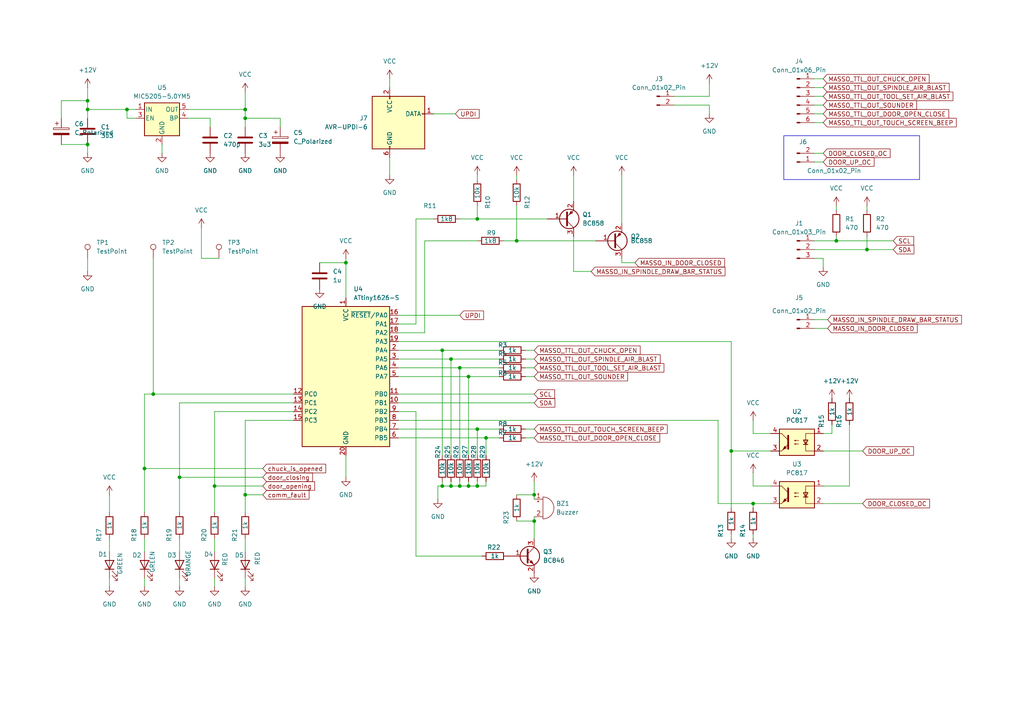
<source format=kicad_sch>
(kicad_sch (version 20231120) (generator "eeschema") (generator_version "8.0")
  (paper "A4")
  (lib_symbols
    (symbol "Connector:AVR-UPDI-6" (pin_names (offset 1.016))
      (property "Reference" "J" (at -6.35 8.89 0))
      (property "Value" "AVR-UPDI-6" (at 0 8.89 0))
      (symbol "AVR-UPDI-6_1_1"
        (pin passive line (at 10.16 2.54 180) (length 2.54) (name "DATA") (number "1"))
        (pin passive line (at -2.54 10.16 270) (length 2.54) (name "VCC") (number "2"))
        (pin no_connect line (at 7.62 0 180) (length 2.54) hide (name "NC") (number "3"))
        (pin no_connect line (at 7.62 -2.54 180) (length 2.54) hide (name "NC") (number "4"))
        (pin no_connect line (at 7.62 -5.08 180) (length 2.54) hide (name "NC") (number "5"))
        (pin passive line (at -2.54 -10.16 90) (length 2.54) (name "GND") (number "6"))
      )
    )
    (symbol "Connector:Conn_01x02_Pin" (pin_names (offset 1.016) hide)
      (property "Reference" "J" (at 0 2.54 0))
      (property "Value" "Conn_01x02_Pin" (at 0 -5.08 0))
      (symbol "Conn_01x02_Pin_1_1"
        (pin passive line (at 5.08 0 180) (length 3.81) (name "Pin_1") (number "1"))
        (pin passive line (at 5.08 -2.54 180) (length 3.81) (name "Pin_2") (number "2"))
      )
    )
    (symbol "Connector:Conn_01x03_Pin" (pin_names (offset 1.016) hide)
      (property "Reference" "J" (at 0 5.08 0))
      (property "Value" "Conn_01x03_Pin" (at 0 -5.08 0))
      (symbol "Conn_01x03_Pin_1_1"
        (pin passive line (at 5.08 2.54 180) (length 3.81) (name "Pin_1") (number "1"))
        (pin passive line (at 5.08 0 180) (length 3.81) (name "Pin_2") (number "2"))
        (pin passive line (at 5.08 -2.54 180) (length 3.81) (name "Pin_3") (number "3"))
      )
    )
    (symbol "Connector:Conn_01x06_Pin" (pin_names (offset 1.016) hide)
      (property "Reference" "J" (at 0 7.62 0))
      (property "Value" "Conn_01x06_Pin" (at 0 -10.16 0))
      (symbol "Conn_01x06_Pin_1_1"
        (pin passive line (at 5.08 5.08 180) (length 3.81) (name "Pin_1") (number "1"))
        (pin passive line (at 5.08 2.54 180) (length 3.81) (name "Pin_2") (number "2"))
        (pin passive line (at 5.08 0 180) (length 3.81) (name "Pin_3") (number "3"))
        (pin passive line (at 5.08 -2.54 180) (length 3.81) (name "Pin_4") (number "4"))
        (pin passive line (at 5.08 -5.08 180) (length 3.81) (name "Pin_5") (number "5"))
        (pin passive line (at 5.08 -7.62 180) (length 3.81) (name "Pin_6") (number "6"))
      )
    )
    (symbol "Connector:TestPoint" (pin_numbers hide) (pin_names (offset 0.762) hide)
      (property "Reference" "TP" (at 0 6.858 0))
      (property "Value" "TestPoint" (at 0 5.08 0))
      (symbol "TestPoint_1_1"
        (pin passive line (at 0 0 90) (length 2.54) (name "1") (number "1"))
      )
    )
    (symbol "Device:Buzzer" (pin_names (offset 0.0254) hide)
      (property "Reference" "BZ" (at 3.81 1.27 0))
      (property "Value" "Buzzer" (at 3.81 -1.27 0))
      (symbol "Buzzer_1_1"
        (pin passive line (at -2.54 2.54 0) (length 2.54) (name "+") (number "1"))
        (pin passive line (at -2.54 -2.54 0) (length 2.54) (name "-") (number "2"))
      )
    )
    (symbol "Device:C" (pin_numbers hide) (pin_names (offset 0.254))
      (property "Reference" "C" (at 0.635 2.54 0))
      (property "Value" "C" (at 0.635 -2.54 0))
      (symbol "C_1_1"
        (pin passive line (at 0 3.81 270) (length 2.794) (name "~") (number "1"))
        (pin passive line (at 0 -3.81 90) (length 2.794) (name "~") (number "2"))
      )
    )
    (symbol "Device:C_Polarized" (pin_numbers hide) (pin_names (offset 0.254))
      (property "Reference" "C" (at 0.635 2.54 0))
      (property "Value" "C_Polarized" (at 0.635 -2.54 0))
      (symbol "C_Polarized_1_1"
        (pin passive line (at 0 3.81 270) (length 2.794) (name "~") (number "1"))
        (pin passive line (at 0 -3.81 90) (length 2.794) (name "~") (number "2"))
      )
    )
    (symbol "Device:LED" (pin_numbers hide) (pin_names (offset 1.016) hide)
      (property "Reference" "D" (at 0 2.54 0))
      (property "Value" "LED" (at 0 -2.54 0))
      (symbol "LED_1_1"
        (pin passive line (at -3.81 0 0) (length 2.54) (name "K") (number "1"))
        (pin passive line (at 3.81 0 180) (length 2.54) (name "A") (number "2"))
      )
    )
    (symbol "Device:R" (pin_numbers hide) (pin_names (offset 0))
      (property "Reference" "R" (at 2.032 0 90))
      (property "Value" "R" (at 0 0 90))
      (symbol "R_1_1"
        (pin passive line (at 0 3.81 270) (length 1.27) (name "~") (number "1"))
        (pin passive line (at 0 -3.81 90) (length 1.27) (name "~") (number "2"))
      )
    )
    (symbol "Isolator:PC817" (pin_names (offset 1.016))
      (property "Reference" "U" (at -5.08 5.08 0))
      (property "Value" "PC817" (at 0 5.08 0))
      (symbol "PC817_1_1"
        (pin passive line (at -7.62 2.54 0) (length 2.54) (name "~") (number "1"))
        (pin passive line (at -7.62 -2.54 0) (length 2.54) (name "~") (number "2"))
        (pin passive line (at 7.62 -2.54 180) (length 2.54) (name "~") (number "3"))
        (pin passive line (at 7.62 2.54 180) (length 2.54) (name "~") (number "4"))
      )
    )
    (symbol "MCU_Microchip_ATtiny:ATtiny3226-S"
      (property "Reference" "U" (at -12.7 21.59 0))
      (property "Value" "ATtiny3226-S" (at 2.54 -21.59 0))
      (symbol "ATtiny3226-S_1_1"
        (pin power_in line (at 0 22.86 270) (length 2.54) (name "VCC") (number "1"))
        (pin bidirectional line (at 15.24 -7.62 180) (length 2.54) (name "PB1") (number "10"))
        (pin bidirectional line (at 15.24 -5.08 180) (length 2.54) (name "PB0") (number "11"))
        (pin bidirectional line (at -15.24 -5.08 0) (length 2.54) (name "PC0") (number "12"))
        (pin bidirectional line (at -15.24 -7.62 0) (length 2.54) (name "PC1") (number "13"))
        (pin bidirectional line (at -15.24 -10.16 0) (length 2.54) (name "PC2") (number "14"))
        (pin bidirectional line (at -15.24 -12.7 0) (length 2.54) (name "PC3") (number "15"))
        (pin bidirectional line (at 15.24 17.78 180) (length 2.54) (name "~{RESET}/PA0") (number "16"))
        (pin bidirectional line (at 15.24 15.24 180) (length 2.54) (name "PA1") (number "17"))
        (pin bidirectional line (at 15.24 12.7 180) (length 2.54) (name "PA2") (number "18"))
        (pin bidirectional line (at 15.24 10.16 180) (length 2.54) (name "PA3") (number "19"))
        (pin bidirectional line (at 15.24 7.62 180) (length 2.54) (name "PA4") (number "2"))
        (pin power_in line (at 0 -22.86 90) (length 2.54) (name "GND") (number "20"))
        (pin bidirectional line (at 15.24 5.08 180) (length 2.54) (name "PA5") (number "3"))
        (pin bidirectional line (at 15.24 2.54 180) (length 2.54) (name "PA6") (number "4"))
        (pin bidirectional line (at 15.24 0 180) (length 2.54) (name "PA7") (number "5"))
        (pin bidirectional line (at 15.24 -17.78 180) (length 2.54) (name "PB5") (number "6"))
        (pin bidirectional line (at 15.24 -15.24 180) (length 2.54) (name "PB4") (number "7"))
        (pin bidirectional line (at 15.24 -12.7 180) (length 2.54) (name "PB3") (number "8"))
        (pin bidirectional line (at 15.24 -10.16 180) (length 2.54) (name "PB2") (number "9"))
      )
    )
    (symbol "Regulator_Linear:MIC5205-5.0YM5" (pin_names (offset 0.254))
      (property "Reference" "U" (at -3.81 5.715 0))
      (property "Value" "MIC5205-5.0YM5" (at 0 5.715 0))
      (symbol "MIC5205-5.0YM5_1_1"
        (pin power_in line (at -7.62 2.54 0) (length 2.54) (name "IN") (number "1"))
        (pin power_in line (at 0 -7.62 90) (length 2.54) (name "GND") (number "2"))
        (pin input line (at -7.62 0 0) (length 2.54) (name "EN") (number "3"))
        (pin input line (at 7.62 0 180) (length 2.54) (name "BP") (number "4"))
        (pin power_out line (at 7.62 2.54 180) (length 2.54) (name "OUT") (number "5"))
      )
    )
    (symbol "Transistor_BJT:BC846" (pin_names (offset 0) hide)
      (property "Reference" "Q" (at 5.08 1.905 0))
      (property "Value" "BC846" (at 5.08 0 0))
      (symbol "BC846_1_1"
        (pin input line (at -5.08 0 0) (length 5.715) (name "B") (number "1"))
        (pin passive line (at 2.54 -5.08 90) (length 2.54) (name "E") (number "2"))
        (pin passive line (at 2.54 5.08 270) (length 2.54) (name "C") (number "3"))
      )
    )
    (symbol "Transistor_BJT:BC858" (pin_names (offset 0) hide)
      (property "Reference" "Q" (at 5.08 1.905 0))
      (property "Value" "BC858" (at 5.08 0 0))
      (symbol "BC858_1_1"
        (pin input line (at -5.08 0 0) (length 5.715) (name "B") (number "1"))
        (pin passive line (at 2.54 -5.08 90) (length 2.54) (name "E") (number "2"))
        (pin passive line (at 2.54 5.08 270) (length 2.54) (name "C") (number "3"))
      )
    )
    (symbol "power:+12V" (power) (pin_numbers hide) (pin_names (offset 0) hide)
      (property "Value" "+12V" (at 0 3.556 0))
      (symbol "+12V_1_1"
        (pin power_in line (at 0 0 90) (length 0) (name "~") (number "1"))
      )
    )
    (symbol "power:GND" (power) (pin_numbers hide) (pin_names (offset 0) hide)
      (property "Value" "GND" (at 0 -3.81 0))
      (symbol "GND_1_1"
        (pin power_in line (at 0 0 270) (length 0) (name "~") (number "1"))
      )
    )
    (symbol "power:VCC" (power) (pin_numbers hide) (pin_names (offset 0) hide)
      (property "Value" "VCC" (at 0 3.556 0))
      (symbol "VCC_1_1"
        (pin power_in line (at 0 0 90) (length 0) (name "~") (number "1"))
      )
    )
  )
  (junction (at 36.83 31.75))
  (junction (at 135.89 140.97))
  (junction (at 138.43 124.46))
  (junction (at 138.43 140.97))
  (junction (at 133.35 140.97))
  (junction (at 130.81 140.97))
  (junction (at 128.27 140.97))
  (junction (at 154.94 143.51))
  (junction (at 212.09 130.81))
  (junction (at 130.81 104.14))
  (junction (at 218.44 146.05))
  (junction (at 242.57 69.85))
  (junction (at 52.07 138.43))
  (junction (at 133.35 106.68))
  (junction (at 154.94 151.13))
  (junction (at 25.4 31.75))
  (junction (at 251.46 72.39))
  (junction (at 128.27 101.6))
  (junction (at 71.12 31.75))
  (junction (at 71.12 34.29))
  (junction (at 140.97 127))
  (junction (at 135.89 109.22))
  (junction (at 44.45 114.3))
  (junction (at 41.91 135.89))
  (junction (at 138.43 63.5))
  (junction (at 71.12 143.51))
  (junction (at 149.86 69.85))
  (junction (at 100.33 76.2))
  (junction (at 25.4 29.21))
  (junction (at 25.4 41.91))
  (junction (at 62.23 140.97))
  (wire (pts (xy 52.07 116.84) (xy 52.07 138.43)))
  (wire (pts (xy 17.78 29.21) (xy 25.4 29.21)))
  (wire (pts (xy 123.19 69.85) (xy 123.19 96.52)))
  (polyline (pts (xy 266.7 39.37) (xy 266.7 52.07)))
  (wire (pts (xy 152.4 127) (xy 154.94 127)))
  (wire (pts (xy 205.74 30.48) (xy 205.74 33.02)))
  (wire (pts (xy 54.61 31.75) (xy 71.12 31.75)))
  (wire (pts (xy 71.12 121.92) (xy 71.12 143.51)))
  (wire (pts (xy 120.65 63.5) (xy 125.73 63.5)))
  (wire (pts (xy 138.43 124.46) (xy 144.78 124.46)))
  (wire (pts (xy 17.78 41.91) (xy 25.4 41.91)))
  (wire (pts (xy 71.12 26.67) (xy 71.12 31.75)))
  (wire (pts (xy 166.37 68.58) (xy 166.37 78.74)))
  (wire (pts (xy 139.7 161.29) (xy 120.65 161.29)))
  (wire (pts (xy 212.09 156.21) (xy 212.09 154.94)))
  (wire (pts (xy 223.52 140.97) (xy 218.44 140.97)))
  (wire (pts (xy 149.86 50.8) (xy 149.86 52.07)))
  (wire (pts (xy 115.57 106.68) (xy 133.35 106.68)))
  (wire (pts (xy 58.42 74.93) (xy 63.5 74.93)))
  (wire (pts (xy 71.12 31.75) (xy 71.12 34.29)))
  (wire (pts (xy 25.4 78.74) (xy 25.4 74.93)))
  (wire (pts (xy 115.57 121.92) (xy 208.28 121.92)))
  (wire (pts (xy 144.78 101.6) (xy 128.27 101.6)))
  (wire (pts (xy 208.28 121.92) (xy 208.28 146.05)))
  (wire (pts (xy 120.65 161.29) (xy 120.65 119.38)))
  (wire (pts (xy 251.46 68.58) (xy 251.46 72.39)))
  (wire (pts (xy 133.35 63.5) (xy 138.43 63.5)))
  (wire (pts (xy 218.44 121.92) (xy 218.44 125.73)))
  (wire (pts (xy 154.94 151.13) (xy 154.94 156.21)))
  (wire (pts (xy 71.12 143.51) (xy 76.2 143.51)))
  (wire (pts (xy 251.46 72.39) (xy 259.08 72.39)))
  (wire (pts (xy 238.76 25.4) (xy 236.22 25.4)))
  (wire (pts (xy 218.44 147.32) (xy 218.44 146.05)))
  (wire (pts (xy 120.65 93.98) (xy 120.65 63.5)))
  (wire (pts (xy 130.81 132.08) (xy 130.81 104.14)))
  (wire (pts (xy 212.09 99.06) (xy 212.09 130.81)))
  (wire (pts (xy 135.89 109.22) (xy 115.57 109.22)))
  (wire (pts (xy 41.91 135.89) (xy 41.91 148.59)))
  (wire (pts (xy 212.09 147.32) (xy 212.09 130.81)))
  (wire (pts (xy 85.09 119.38) (xy 62.23 119.38)))
  (wire (pts (xy 238.76 30.48) (xy 236.22 30.48)))
  (polyline (pts (xy 227.33 39.37) (xy 266.7 39.37)))
  (wire (pts (xy 238.76 27.94) (xy 236.22 27.94)))
  (wire (pts (xy 132.08 33.02) (xy 125.73 33.02)))
  (wire (pts (xy 71.12 148.59) (xy 71.12 143.51)))
  (wire (pts (xy 205.74 24.13) (xy 205.74 27.94)))
  (wire (pts (xy 251.46 59.69) (xy 251.46 60.96)))
  (wire (pts (xy 238.76 130.81) (xy 250.19 130.81)))
  (wire (pts (xy 31.75 156.21) (xy 31.75 160.02)))
  (polyline (pts (xy 266.7 52.07) (xy 227.33 52.07)))
  (wire (pts (xy 138.43 140.97) (xy 138.43 139.7)))
  (wire (pts (xy 25.4 29.21) (xy 25.4 31.75)))
  (wire (pts (xy 212.09 130.81) (xy 223.52 130.81)))
  (wire (pts (xy 113.03 50.8) (xy 113.03 45.72)))
  (wire (pts (xy 144.78 104.14) (xy 130.81 104.14)))
  (wire (pts (xy 115.57 114.3) (xy 154.94 114.3)))
  (wire (pts (xy 100.33 76.2) (xy 100.33 86.36)))
  (wire (pts (xy 238.76 44.45) (xy 236.22 44.45)))
  (wire (pts (xy 152.4 109.22) (xy 154.94 109.22)))
  (wire (pts (xy 251.46 72.39) (xy 236.22 72.39)))
  (wire (pts (xy 41.91 114.3) (xy 41.91 135.89)))
  (wire (pts (xy 149.86 151.13) (xy 154.94 151.13)))
  (wire (pts (xy 133.35 140.97) (xy 135.89 140.97)))
  (wire (pts (xy 135.89 140.97) (xy 138.43 140.97)))
  (wire (pts (xy 138.43 132.08) (xy 138.43 124.46)))
  (wire (pts (xy 238.76 22.86) (xy 236.22 22.86)))
  (wire (pts (xy 180.34 74.93) (xy 180.34 76.2)))
  (wire (pts (xy 62.23 156.21) (xy 62.23 160.02)))
  (wire (pts (xy 152.4 124.46) (xy 154.94 124.46)))
  (wire (pts (xy 138.43 140.97) (xy 140.97 140.97)))
  (wire (pts (xy 138.43 59.69) (xy 138.43 63.5)))
  (wire (pts (xy 236.22 92.71) (xy 240.03 92.71)))
  (wire (pts (xy 242.57 69.85) (xy 236.22 69.85)))
  (wire (pts (xy 52.07 167.64) (xy 52.07 170.18)))
  (wire (pts (xy 152.4 106.68) (xy 154.94 106.68)))
  (wire (pts (xy 52.07 138.43) (xy 76.2 138.43)))
  (wire (pts (xy 195.58 27.94) (xy 205.74 27.94)))
  (wire (pts (xy 140.97 127) (xy 115.57 127)))
  (wire (pts (xy 115.57 99.06) (xy 212.09 99.06)))
  (wire (pts (xy 113.03 22.86) (xy 113.03 25.4)))
  (wire (pts (xy 149.86 69.85) (xy 172.72 69.85)))
  (wire (pts (xy 218.44 146.05) (xy 223.52 146.05)))
  (wire (pts (xy 133.35 132.08) (xy 133.35 106.68)))
  (wire (pts (xy 133.35 140.97) (xy 130.81 140.97)))
  (wire (pts (xy 25.4 31.75) (xy 36.83 31.75)))
  (wire (pts (xy 166.37 50.8) (xy 166.37 58.42)))
  (wire (pts (xy 218.44 125.73) (xy 223.52 125.73)))
  (wire (pts (xy 58.42 66.04) (xy 58.42 74.93)))
  (wire (pts (xy 31.75 143.51) (xy 31.75 148.59)))
  (wire (pts (xy 115.57 96.52) (xy 123.19 96.52)))
  (wire (pts (xy 180.34 76.2) (xy 184.15 76.2)))
  (wire (pts (xy 25.4 34.29) (xy 25.4 31.75)))
  (wire (pts (xy 62.23 167.64) (xy 62.23 170.18)))
  (wire (pts (xy 85.09 116.84) (xy 52.07 116.84)))
  (wire (pts (xy 115.57 124.46) (xy 138.43 124.46)))
  (wire (pts (xy 71.12 34.29) (xy 81.28 34.29)))
  (wire (pts (xy 36.83 31.75) (xy 39.37 31.75)))
  (wire (pts (xy 154.94 143.51) (xy 154.94 144.78)))
  (wire (pts (xy 149.86 59.69) (xy 149.86 69.85)))
  (wire (pts (xy 46.99 44.45) (xy 46.99 41.91)))
  (wire (pts (xy 238.76 46.99) (xy 236.22 46.99)))
  (wire (pts (xy 115.57 91.44) (xy 133.35 91.44)))
  (wire (pts (xy 17.78 34.29) (xy 17.78 29.21)))
  (wire (pts (xy 71.12 167.64) (xy 71.12 170.18)))
  (wire (pts (xy 85.09 121.92) (xy 71.12 121.92)))
  (wire (pts (xy 218.44 140.97) (xy 218.44 137.16)))
  (wire (pts (xy 138.43 63.5) (xy 158.75 63.5)))
  (wire (pts (xy 44.45 74.93) (xy 44.45 114.3)))
  (wire (pts (xy 71.12 34.29) (xy 71.12 36.83)))
  (wire (pts (xy 127 144.78) (xy 127 140.97)))
  (wire (pts (xy 166.37 78.74) (xy 171.45 78.74)))
  (wire (pts (xy 241.3 125.73) (xy 241.3 123.19)))
  (wire (pts (xy 238.76 146.05) (xy 250.19 146.05)))
  (wire (pts (xy 36.83 34.29) (xy 36.83 31.75)))
  (wire (pts (xy 246.38 123.19) (xy 246.38 140.97)))
  (wire (pts (xy 52.07 156.21) (xy 52.07 160.02)))
  (wire (pts (xy 238.76 74.93) (xy 236.22 74.93)))
  (wire (pts (xy 41.91 167.64) (xy 41.91 170.18)))
  (wire (pts (xy 149.86 69.85) (xy 146.05 69.85)))
  (wire (pts (xy 144.78 109.22) (xy 135.89 109.22)))
  (wire (pts (xy 25.4 25.4) (xy 25.4 29.21)))
  (wire (pts (xy 115.57 116.84) (xy 154.94 116.84)))
  (wire (pts (xy 128.27 132.08) (xy 128.27 101.6)))
  (wire (pts (xy 123.19 69.85) (xy 138.43 69.85)))
  (wire (pts (xy 149.86 143.51) (xy 154.94 143.51)))
  (wire (pts (xy 138.43 50.8) (xy 138.43 52.07)))
  (wire (pts (xy 238.76 33.02) (xy 236.22 33.02)))
  (wire (pts (xy 140.97 132.08) (xy 140.97 127)))
  (wire (pts (xy 41.91 135.89) (xy 76.2 135.89)))
  (wire (pts (xy 152.4 101.6) (xy 154.94 101.6)))
  (wire (pts (xy 135.89 132.08) (xy 135.89 109.22)))
  (wire (pts (xy 44.45 114.3) (xy 41.91 114.3)))
  (wire (pts (xy 41.91 156.21) (xy 41.91 160.02)))
  (wire (pts (xy 238.76 77.47) (xy 238.76 74.93)))
  (wire (pts (xy 62.23 148.59) (xy 62.23 140.97)))
  (wire (pts (xy 25.4 44.45) (xy 25.4 41.91)))
  (wire (pts (xy 52.07 138.43) (xy 52.07 148.59)))
  (wire (pts (xy 120.65 93.98) (xy 115.57 93.98)))
  (wire (pts (xy 62.23 140.97) (xy 76.2 140.97)))
  (wire (pts (xy 85.09 114.3) (xy 44.45 114.3)))
  (wire (pts (xy 39.37 34.29) (xy 36.83 34.29)))
  (wire (pts (xy 100.33 76.2) (xy 100.33 74.93)))
  (wire (pts (xy 130.81 140.97) (xy 128.27 140.97)))
  (wire (pts (xy 31.75 167.64) (xy 31.75 170.18)))
  (wire (pts (xy 62.23 119.38) (xy 62.23 140.97)))
  (wire (pts (xy 133.35 140.97) (xy 133.35 139.7)))
  (wire (pts (xy 71.12 156.21) (xy 71.12 160.02)))
  (wire (pts (xy 144.78 127) (xy 140.97 127)))
  (wire (pts (xy 242.57 69.85) (xy 259.08 69.85)))
  (wire (pts (xy 236.22 95.25) (xy 240.03 95.25)))
  (wire (pts (xy 54.61 34.29) (xy 60.96 34.29)))
  (wire (pts (xy 115.57 119.38) (xy 120.65 119.38)))
  (polyline (pts (xy 227.33 39.37) (xy 227.33 52.07)))
  (wire (pts (xy 242.57 68.58) (xy 242.57 69.85)))
  (wire (pts (xy 135.89 140.97) (xy 135.89 139.7)))
  (wire (pts (xy 92.71 76.2) (xy 100.33 76.2)))
  (wire (pts (xy 152.4 104.14) (xy 154.94 104.14)))
  (wire (pts (xy 238.76 140.97) (xy 246.38 140.97)))
  (wire (pts (xy 133.35 106.68) (xy 144.78 106.68)))
  (wire (pts (xy 195.58 30.48) (xy 205.74 30.48)))
  (wire (pts (xy 180.34 64.77) (xy 180.34 50.8)))
  (wire (pts (xy 128.27 101.6) (xy 115.57 101.6)))
  (wire (pts (xy 100.33 138.43) (xy 100.33 132.08)))
  (wire (pts (xy 81.28 34.29) (xy 81.28 36.83)))
  (wire (pts (xy 127 140.97) (xy 128.27 140.97)))
  (wire (pts (xy 238.76 35.56) (xy 236.22 35.56)))
  (wire (pts (xy 60.96 34.29) (xy 60.96 36.83)))
  (wire (pts (xy 242.57 59.69) (xy 242.57 60.96)))
  (wire (pts (xy 218.44 156.21) (xy 218.44 154.94)))
  (wire (pts (xy 154.94 139.7) (xy 154.94 143.51)))
  (wire (pts (xy 130.81 140.97) (xy 130.81 139.7)))
  (wire (pts (xy 130.81 104.14) (xy 115.57 104.14)))
  (wire (pts (xy 238.76 125.73) (xy 241.3 125.73)))
  (wire (pts (xy 208.28 146.05) (xy 218.44 146.05)))
  (wire (pts (xy 140.97 140.97) (xy 140.97 139.7)))
  (wire (pts (xy 128.27 140.97) (xy 128.27 139.7)))
  (wire (pts (xy 154.94 149.86) (xy 154.94 151.13)))
  (global_label "DOOR_CLOSED_OC" (shape input) (at 238.76 44.45 0) (property "Intersheetrefs" "${INTERSHEET_REFS}" (effects (hide yes))))
  (global_label "door_opening" (shape input) (at 76.2 140.97 0) (property "Intersheetrefs" "${INTERSHEET_REFS}" (effects (hide yes))))
  (global_label "SCL" (shape input) (at 154.94 114.3 0) (property "Intersheetrefs" "${INTERSHEET_REFS}" (effects (hide yes))))
  (global_label "MASSO_TTL_OUT_SOUNDER" (shape input) (at 154.94 109.22 0) (property "Intersheetrefs" "${INTERSHEET_REFS}" (effects (hide yes))))
  (global_label "UPDI" (shape input) (at 132.08 33.02 0) (property "Intersheetrefs" "${INTERSHEET_REFS}" (effects (hide yes))))
  (global_label "MASSO_IN_SPINDLE_DRAW_BAR_STATUS" (shape input) (at 171.45 78.74 0) (property "Intersheetrefs" "${INTERSHEET_REFS}" (effects (hide yes))))
  (global_label "MASSO_TTL_OUT_TOUCH_SCREEN_BEEP" (shape input) (at 238.76 35.56 0) (property "Intersheetrefs" "${INTERSHEET_REFS}" (effects (hide yes))))
  (global_label "door_closing" (shape input) (at 76.2 138.43 0) (property "Intersheetrefs" "${INTERSHEET_REFS}" (effects (hide yes))))
  (global_label "MASSO_TTL_OUT_TOUCH_SCREEN_BEEP" (shape input) (at 154.94 124.46 0) (property "Intersheetrefs" "${INTERSHEET_REFS}" (effects (hide yes))))
  (global_label "UPDI" (shape input) (at 133.35 91.44 0) (property "Intersheetrefs" "${INTERSHEET_REFS}" (effects (hide yes))))
  (global_label "SCL" (shape input) (at 259.08 69.85 0) (property "Intersheetrefs" "${INTERSHEET_REFS}" (effects (hide yes))))
  (global_label "MASSO_TTL_OUT_SOUNDER" (shape input) (at 238.76 30.48 0) (property "Intersheetrefs" "${INTERSHEET_REFS}" (effects (hide yes))))
  (global_label "chuck_is_opened" (shape input) (at 76.2 135.89 0) (property "Intersheetrefs" "${INTERSHEET_REFS}" (effects (hide yes))))
  (global_label "MASSO_TTL_OUT_CHUCK_OPEN" (shape input) (at 154.94 101.6 0) (property "Intersheetrefs" "${INTERSHEET_REFS}" (effects (hide yes))))
  (global_label "SDA" (shape input) (at 154.94 116.84 0) (property "Intersheetrefs" "${INTERSHEET_REFS}" (effects (hide yes))))
  (global_label "MASSO_TTL_OUT_DOOR_OPEN_CLOSE" (shape input) (at 154.94 127 0) (property "Intersheetrefs" "${INTERSHEET_REFS}" (effects (hide yes))))
  (global_label "MASSO_IN_DOOR_CLOSED" (shape input) (at 184.15 76.2 0) (property "Intersheetrefs" "${INTERSHEET_REFS}" (effects (hide yes))))
  (global_label "comm_fault" (shape input) (at 76.2 143.51 0) (property "Intersheetrefs" "${INTERSHEET_REFS}" (effects (hide yes))))
  (global_label "MASSO_TTL_OUT_SPINDLE_AIR_BLAST" (shape input) (at 238.76 25.4 0) (property "Intersheetrefs" "${INTERSHEET_REFS}" (effects (hide yes))))
  (global_label "MASSO_TTL_OUT_CHUCK_OPEN" (shape input) (at 238.76 22.86 0) (property "Intersheetrefs" "${INTERSHEET_REFS}" (effects (hide yes))))
  (global_label "MASSO_TTL_OUT_SPINDLE_AIR_BLAST" (shape input) (at 154.94 104.14 0) (property "Intersheetrefs" "${INTERSHEET_REFS}" (effects (hide yes))))
  (global_label "MASSO_TTL_OUT_TOOL_SET_AIR_BLAST" (shape input) (at 238.76 27.94 0) (property "Intersheetrefs" "${INTERSHEET_REFS}" (effects (hide yes))))
  (global_label "MASSO_TTL_OUT_DOOR_OPEN_CLOSE" (shape input) (at 238.76 33.02 0) (property "Intersheetrefs" "${INTERSHEET_REFS}" (effects (hide yes))))
  (global_label "MASSO_TTL_OUT_TOOL_SET_AIR_BLAST" (shape input) (at 154.94 106.68 0) (property "Intersheetrefs" "${INTERSHEET_REFS}" (effects (hide yes))))
  (global_label "DOOR_UP_OC" (shape input) (at 238.76 46.99 0) (property "Intersheetrefs" "${INTERSHEET_REFS}" (effects (hide yes))))
  (global_label "SDA" (shape input) (at 259.08 72.39 0) (property "Intersheetrefs" "${INTERSHEET_REFS}" (effects (hide yes))))
  (global_label "MASSO_IN_DOOR_CLOSED" (shape input) (at 240.03 95.25 0) (property "Intersheetrefs" "${INTERSHEET_REFS}" (effects (hide yes))))
  (global_label "DOOR_CLOSED_OC" (shape input) (at 250.19 146.05 0) (property "Intersheetrefs" "${INTERSHEET_REFS}" (effects (hide yes))))
  (global_label "MASSO_IN_SPINDLE_DRAW_BAR_STATUS" (shape input) (at 240.03 92.71 0) (property "Intersheetrefs" "${INTERSHEET_REFS}" (effects (hide yes))))
  (global_label "DOOR_UP_OC" (shape input) (at 250.19 130.81 0) (property "Intersheetrefs" "${INTERSHEET_REFS}" (effects (hide yes))))
  (symbol (lib_id "power:VCC") (at 180.34 50.8 0) (mirror y) (unit 1)
    (property "Reference" "#PWR033" (effects (hide yes)))
    (property "Value" "VCC" (at 180.34 45.72 0))
    (property "Description" "Power symbol creates a global label with name \"VCC\"" (effects (hide yes)))
  )
  (symbol (lib_id "Device:R") (at 128.27 135.89 0) (unit 1)
    (property "Reference" "R24" (at 127 131.064 90))
    (property "Value" "10k" (at 128.27 135.89 90))
    (property "Footprint" "Resistor_SMD:R_1206_3216Metric_Pad1.30x1.75mm_HandSolder" (effects (hide yes)))
    (property "Description" "Resistor" (effects (hide yes)))
  )
  (symbol (lib_id "power:VCC") (at 218.44 121.92 0) (unit 1)
    (property "Reference" "#PWR017" (effects (hide yes)))
    (property "Value" "VCC" (at 218.44 116.84 0))
    (property "Description" "Power symbol creates a global label with name \"VCC\"" (effects (hide yes)))
  )
  (symbol (lib_id "Device:R") (at 129.54 63.5 90) (mirror x) (unit 1)
    (property "Reference" "R11" (at 124.714 59.69 90))
    (property "Value" "1k8" (at 129.54 63.5 90))
    (property "Footprint" "Resistor_SMD:R_1206_3216Metric_Pad1.30x1.75mm_HandSolder" (effects (hide yes)))
    (property "Description" "Resistor" (effects (hide yes)))
  )
  (symbol (lib_id "power:GND") (at 62.23 170.18 0) (unit 1)
    (property "Reference" "#PWR025" (effects (hide yes)))
    (property "Value" "GND" (at 62.23 175.26 0))
    (property "Description" "Power symbol creates a global label with name \"GND\" , ground" (effects (hide yes)))
  )
  (symbol (lib_id "Device:LED") (at 31.75 163.83 90) (unit 1)
    (property "Reference" "D1" (at 28.448 160.782 90) (effects (justify right)))
    (property "Value" "GREEN" (at 34.798 160.274 0) (effects (justify right)))
    (property "Footprint" "LED_THT:LED_D3.0mm" (effects (hide yes)))
    (property "Description" "Light emitting diode" (effects (hide yes)))
  )
  (symbol (lib_id "Connector:Conn_01x03_Pin") (at 231.14 72.39 0) (unit 1)
    (property "Reference" "J1" (at 231.775 64.77 0))
    (property "Value" "Conn_01x03_Pin" (at 231.775 67.31 0))
    (property "Footprint" "Connector_Phoenix_MC:PhoenixContact_MCV_1,5_3-G-3.81_1x03_P3.81mm_Vertical" (effects (hide yes)))
    (property "Description" "Generic connector, single row, 01x03, script generated" (effects (hide yes)))
  )
  (symbol (lib_id "Device:R") (at 148.59 104.14 90) (unit 1)
    (property "Reference" "R4" (at 145.796 102.616 90))
    (property "Value" "1k" (at 148.59 104.14 90))
    (property "Footprint" "Resistor_SMD:R_1206_3216Metric_Pad1.30x1.75mm_HandSolder" (effects (hide yes)))
    (property "Description" "Resistor" (effects (hide yes)))
  )
  (symbol (lib_id "power:GND") (at 218.44 156.21 0) (unit 1)
    (property "Reference" "#PWR018" (effects (hide yes)))
    (property "Value" "GND" (at 218.44 161.29 0))
    (property "Description" "Power symbol creates a global label with name \"GND\" , ground" (effects (hide yes)))
  )
  (symbol (lib_id "power:GND") (at 127 144.78 0) (mirror y) (unit 1)
    (property "Reference" "#PWR036" (effects (hide yes)))
    (property "Value" "GND" (at 127 149.86 0))
    (property "Description" "Power symbol creates a global label with name \"GND\" , ground" (effects (hide yes)))
  )
  (symbol (lib_id "Device:R") (at 251.46 64.77 180) (unit 1)
    (property "Reference" "R2" (at 254 63.4999 0) (effects (justify right)))
    (property "Value" "470" (at 254 66.0399 0) (effects (justify right)))
    (property "Footprint" "Resistor_SMD:R_1206_3216Metric_Pad1.30x1.75mm_HandSolder" (effects (hide yes)))
    (property "Description" "Resistor" (effects (hide yes)))
  )
  (symbol (lib_id "Connector:TestPoint") (at 25.4 74.93 0) (unit 1)
    (property "Reference" "TP1" (at 27.94 70.3579 0) (effects (justify left)))
    (property "Value" "TestPoint" (at 27.94 72.8979 0) (effects (justify left)))
    (property "Footprint" "TestPoint:TestPoint_Loop_D2.60mm_Drill1.6mm_Beaded" (effects (hide yes)))
    (property "Description" "test point" (effects (hide yes)))
  )
  (symbol (lib_id "power:GND") (at 100.33 138.43 0) (unit 1)
    (property "Reference" "#PWR014" (effects (hide yes)))
    (property "Value" "GND" (at 100.33 143.51 0))
    (property "Description" "Power symbol creates a global label with name \"GND\" , ground" (effects (hide yes)))
  )
  (symbol (lib_id "power:GND") (at 25.4 78.74 0) (unit 1)
    (property "Reference" "#PWR037" (effects (hide yes)))
    (property "Value" "GND" (at 25.4 83.82 0))
    (property "Description" "Power symbol creates a global label with name \"GND\" , ground" (effects (hide yes)))
  )
  (symbol (lib_id "power:GND") (at 41.91 170.18 0) (unit 1)
    (property "Reference" "#PWR023" (effects (hide yes)))
    (property "Value" "GND" (at 41.91 175.26 0))
    (property "Description" "Power symbol creates a global label with name \"GND\" , ground" (effects (hide yes)))
  )
  (symbol (lib_id "Device:LED") (at 41.91 163.83 90) (unit 1)
    (property "Reference" "D2" (at 38.354 161.036 90) (effects (justify right)))
    (property "Value" "GREEN" (at 44.196 159.766 0) (effects (justify right)))
    (property "Footprint" "LED_THT:LED_D3.0mm" (effects (hide yes)))
    (property "Description" "Light emitting diode" (effects (hide yes)))
  )
  (symbol (lib_id "Device:R") (at 148.59 101.6 90) (unit 1)
    (property "Reference" "R3" (at 145.796 100.076 90))
    (property "Value" "1k" (at 148.59 101.6 90))
    (property "Footprint" "Resistor_SMD:R_1206_3216Metric_Pad1.30x1.75mm_HandSolder" (effects (hide yes)))
    (property "Description" "Resistor" (effects (hide yes)))
  )
  (symbol (lib_id "power:GND") (at 205.74 33.02 0) (unit 1)
    (property "Reference" "#PWR029" (effects (hide yes)))
    (property "Value" "GND" (at 205.74 38.1 0))
    (property "Description" "Power symbol creates a global label with name \"GND\" , ground" (effects (hide yes)))
  )
  (symbol (lib_id "Device:R") (at 149.86 147.32 180) (unit 1)
    (property "Reference" "R23" (at 146.812 150.114 90))
    (property "Value" "1k" (at 149.86 147.32 90))
    (property "Footprint" "Resistor_SMD:R_1206_3216Metric_Pad1.30x1.75mm_HandSolder" (effects (hide yes)))
    (property "Description" "Resistor" (effects (hide yes)))
  )
  (symbol (lib_id "power:GND") (at 71.12 44.45 0) (unit 1)
    (property "Reference" "#PWR011" (effects (hide yes)))
    (property "Value" "GND" (at 71.12 49.53 0))
    (property "Description" "Power symbol creates a global label with name \"GND\" , ground" (effects (hide yes)))
  )
  (symbol (lib_id "Device:R") (at 62.23 152.4 180) (unit 1)
    (property "Reference" "R20" (at 59.182 155.194 90))
    (property "Value" "1k" (at 62.23 152.4 90))
    (property "Footprint" "Resistor_SMD:R_1206_3216Metric_Pad1.30x1.75mm_HandSolder" (effects (hide yes)))
    (property "Description" "Resistor" (effects (hide yes)))
  )
  (symbol (lib_id "power:+12V") (at 154.94 139.7 0) (unit 1)
    (property "Reference" "#PWR030" (effects (hide yes)))
    (property "Value" "+12V" (at 154.94 134.62 0))
    (property "Description" "Power symbol creates a global label with name \"+12V\"" (effects (hide yes)))
  )
  (symbol (lib_id "power:VCC") (at 218.44 137.16 0) (unit 1)
    (property "Reference" "#PWR019" (effects (hide yes)))
    (property "Value" "VCC" (at 218.44 132.08 0))
    (property "Description" "Power symbol creates a global label with name \"VCC\"" (effects (hide yes)))
  )
  (symbol (lib_id "power:VCC") (at 251.46 59.69 0) (unit 1)
    (property "Reference" "#PWR03" (effects (hide yes)))
    (property "Value" "VCC" (at 251.46 54.61 0))
    (property "Description" "Power symbol creates a global label with name \"VCC\"" (effects (hide yes)))
  )
  (symbol (lib_id "power:GND") (at 238.76 77.47 0) (unit 1)
    (property "Reference" "#PWR01" (effects (hide yes)))
    (property "Value" "GND" (at 238.76 82.55 0))
    (property "Description" "Power symbol creates a global label with name \"GND\" , ground" (effects (hide yes)))
  )
  (symbol (lib_id "Device:C_Polarized") (at 81.28 40.64 0) (unit 1)
    (property "Reference" "C5" (at 85.09 38.4809 0) (effects (justify left)))
    (property "Value" "C_Polarized" (at 85.09 41.0209 0) (effects (justify left)))
    (property "Footprint" "Capacitor_SMD:C_1210_3225Metric_Pad1.33x2.70mm_HandSolder" (effects (hide yes)))
    (property "Description" "Polarized capacitor" (effects (hide yes)))
  )
  (symbol (lib_id "Device:R") (at 242.57 64.77 180) (unit 1)
    (property "Reference" "R1" (at 245.11 63.4999 0) (effects (justify right)))
    (property "Value" "470" (at 245.11 66.0399 0) (effects (justify right)))
    (property "Footprint" "Resistor_SMD:R_1206_3216Metric_Pad1.30x1.75mm_HandSolder" (effects (hide yes)))
    (property "Description" "Resistor" (effects (hide yes)))
  )
  (symbol (lib_id "power:VCC") (at 113.03 22.86 0) (unit 1)
    (property "Reference" "#PWR04" (effects (hide yes)))
    (property "Value" "VCC" (at 113.03 17.78 0))
    (property "Description" "Power symbol creates a global label with name \"VCC\"" (effects (hide yes)))
  )
  (symbol (lib_id "power:+12V") (at 25.4 25.4 0) (unit 1)
    (property "Reference" "#PWR06" (effects (hide yes)))
    (property "Value" "+12V" (at 25.4 20.32 0))
    (property "Description" "Power symbol creates a global label with name \"+12V\"" (effects (hide yes)))
  )
  (symbol (lib_id "power:VCC") (at 58.42 66.04 0) (unit 1)
    (property "Reference" "#PWR032" (effects (hide yes)))
    (property "Value" "VCC" (at 58.42 60.96 0))
    (property "Description" "Power symbol creates a global label with name \"VCC\"" (effects (hide yes)))
  )
  (symbol (lib_id "power:GND") (at 60.96 44.45 0) (unit 1)
    (property "Reference" "#PWR09" (effects (hide yes)))
    (property "Value" "GND" (at 60.96 49.53 0))
    (property "Description" "Power symbol creates a global label with name \"GND\" , ground" (effects (hide yes)))
  )
  (symbol (lib_id "Device:R") (at 143.51 161.29 270) (mirror x) (unit 1)
    (property "Reference" "R22" (at 143.256 158.75 90))
    (property "Value" "1k" (at 143.51 161.29 90))
    (property "Footprint" "Resistor_SMD:R_1206_3216Metric_Pad1.30x1.75mm_HandSolder" (effects (hide yes)))
    (property "Description" "Resistor" (effects (hide yes)))
  )
  (symbol (lib_id "Device:R") (at 133.35 135.89 0) (unit 1)
    (property "Reference" "R26" (at 132.334 131.064 90))
    (property "Value" "10k" (at 133.35 135.89 90))
    (property "Footprint" "Resistor_SMD:R_1206_3216Metric_Pad1.30x1.75mm_HandSolder" (effects (hide yes)))
    (property "Description" "Resistor" (effects (hide yes)))
  )
  (symbol (lib_id "Device:LED") (at 62.23 163.83 90) (unit 1)
    (property "Reference" "D4" (at 59.182 160.782 90) (effects (justify right)))
    (property "Value" "RED" (at 65.278 160.274 0) (effects (justify right)))
    (property "Footprint" "LED_THT:LED_D3.0mm" (effects (hide yes)))
    (property "Description" "Light emitting diode" (effects (hide yes)))
  )
  (symbol (lib_id "power:+12V") (at 246.38 115.57 0) (unit 1)
    (property "Reference" "#PWR021" (effects (hide yes)))
    (property "Value" "+12V" (at 246.38 110.49 0))
    (property "Description" "Power symbol creates a global label with name \"+12V\"" (effects (hide yes)))
  )
  (symbol (lib_id "power:GND") (at 31.75 170.18 0) (unit 1)
    (property "Reference" "#PWR022" (effects (hide yes)))
    (property "Value" "GND" (at 31.75 175.26 0))
    (property "Description" "Power symbol creates a global label with name \"GND\" , ground" (effects (hide yes)))
  )
  (symbol (lib_id "Device:R") (at 241.3 119.38 180) (unit 1)
    (property "Reference" "R15" (at 238.252 122.174 90))
    (property "Value" "1k" (at 241.3 119.38 90))
    (property "Footprint" "Resistor_SMD:R_1206_3216Metric_Pad1.30x1.75mm_HandSolder" (effects (hide yes)))
    (property "Description" "Resistor" (effects (hide yes)))
  )
  (symbol (lib_id "power:VCC") (at 149.86 50.8 0) (mirror y) (unit 1)
    (property "Reference" "#PWR035" (effects (hide yes)))
    (property "Value" "VCC" (at 149.86 45.72 0))
    (property "Description" "Power symbol creates a global label with name \"VCC\"" (effects (hide yes)))
  )
  (symbol (lib_id "power:GND") (at 52.07 170.18 0) (unit 1)
    (property "Reference" "#PWR024" (effects (hide yes)))
    (property "Value" "GND" (at 52.07 175.26 0))
    (property "Description" "Power symbol creates a global label with name \"GND\" , ground" (effects (hide yes)))
  )
  (symbol (lib_id "Connector:TestPoint") (at 63.5 74.93 0) (unit 1)
    (property "Reference" "TP3" (at 66.04 70.3579 0) (effects (justify left)))
    (property "Value" "TestPoint" (at 66.04 72.8979 0) (effects (justify left)))
    (property "Footprint" "TestPoint:TestPoint_Loop_D2.60mm_Drill1.6mm_Beaded" (effects (hide yes)))
    (property "Description" "test point" (effects (hide yes)))
  )
  (symbol (lib_id "Device:R") (at 148.59 109.22 90) (unit 1)
    (property "Reference" "R6" (at 145.796 108.204 90))
    (property "Value" "1k" (at 148.59 109.22 90))
    (property "Footprint" "Resistor_SMD:R_1206_3216Metric_Pad1.30x1.75mm_HandSolder" (effects (hide yes)))
    (property "Description" "Resistor" (effects (hide yes)))
  )
  (symbol (lib_id "Device:R") (at 142.24 69.85 270) (mirror x) (unit 1)
    (property "Reference" "R9" (at 142.494 67.564 90))
    (property "Value" "1k8" (at 142.24 69.85 90))
    (property "Footprint" "Resistor_SMD:R_1206_3216Metric_Pad1.30x1.75mm_HandSolder" (effects (hide yes)))
    (property "Description" "Resistor" (effects (hide yes)))
  )
  (symbol (lib_id "Device:R") (at 52.07 152.4 180) (unit 1)
    (property "Reference" "R19" (at 49.022 155.194 90))
    (property "Value" "1k" (at 52.07 152.4 90))
    (property "Footprint" "Resistor_SMD:R_1206_3216Metric_Pad1.30x1.75mm_HandSolder" (effects (hide yes)))
    (property "Description" "Resistor" (effects (hide yes)))
  )
  (symbol (lib_id "Device:C") (at 71.12 40.64 0) (unit 1)
    (property "Reference" "C3" (at 74.93 39.3699 0) (effects (justify left)))
    (property "Value" "3u3" (at 74.93 41.9099 0) (effects (justify left)))
    (property "Footprint" "Capacitor_SMD:C_1206_3216Metric_Pad1.33x1.80mm_HandSolder" (effects (hide yes)))
    (property "Description" "Unpolarized capacitor" (effects (hide yes)))
  )
  (symbol (lib_id "power:GND") (at 154.94 166.37 0) (unit 1)
    (property "Reference" "#PWR031" (effects (hide yes)))
    (property "Value" "GND" (at 154.94 171.45 0))
    (property "Description" "Power symbol creates a global label with name \"GND\" , ground" (effects (hide yes)))
  )
  (symbol (lib_id "power:+12V") (at 241.3 115.57 0) (unit 1)
    (property "Reference" "#PWR020" (effects (hide yes)))
    (property "Value" "+12V" (at 241.3 110.49 0))
    (property "Description" "Power symbol creates a global label with name \"+12V\"" (effects (hide yes)))
  )
  (symbol (lib_id "power:GND") (at 25.4 44.45 0) (unit 1)
    (property "Reference" "#PWR07" (effects (hide yes)))
    (property "Value" "GND" (at 25.4 49.53 0))
    (property "Description" "Power symbol creates a global label with name \"GND\" , ground" (effects (hide yes)))
  )
  (symbol (lib_id "Device:R") (at 148.59 124.46 90) (unit 1)
    (property "Reference" "R8" (at 145.796 122.936 90))
    (property "Value" "1k" (at 148.59 124.46 90))
    (property "Footprint" "Resistor_SMD:R_1206_3216Metric_Pad1.30x1.75mm_HandSolder" (effects (hide yes)))
    (property "Description" "Resistor" (effects (hide yes)))
  )
  (symbol (lib_id "Connector:AVR-UPDI-6") (at 115.57 35.56 0) (unit 1)
    (property "Reference" "J7" (at 106.68 34.2899 0) (effects (justify right)))
    (property "Value" "AVR-UPDI-6" (at 106.68 36.8299 0) (effects (justify right)))
    (property "Footprint" "Connector_PinHeader_2.54mm:PinHeader_2x03_P2.54mm_Vertical" (effects (hide yes)))
    (property "Datasheet" "https://www.microchip.com/webdoc/GUID-9D10622A-5C16-4405-B092-1BDD437B4976/index.html?GUID-9B349315-2842-4189-B88C-49F4E1055D7F" (effects (hide yes)))
    (property "Description" "Atmel 6-pin UPDI connector" (effects (hide yes)))
  )
  (symbol (lib_id "power:GND") (at 212.09 156.21 0) (unit 1)
    (property "Reference" "#PWR016" (effects (hide yes)))
    (property "Value" "GND" (at 212.09 161.29 0))
    (property "Description" "Power symbol creates a global label with name \"GND\" , ground" (effects (hide yes)))
  )
  (symbol (lib_id "Connector:Conn_01x06_Pin") (at 231.14 27.94 0) (unit 1)
    (property "Reference" "J4" (at 231.775 17.78 0))
    (property "Value" "Conn_01x06_Pin" (at 231.775 20.32 0))
    (property "Footprint" "Connector_Phoenix_MC:PhoenixContact_MCV_1,5_6-G-3.81_1x06_P3.81mm_Vertical" (effects (hide yes)))
    (property "Description" "Generic connector, single row, 01x06, script generated" (effects (hide yes)))
  )
  (symbol (lib_id "Connector:Conn_01x02_Pin") (at 231.14 92.71 0) (unit 1)
    (property "Reference" "J5" (at 231.775 86.36 0))
    (property "Value" "Conn_01x02_Pin" (at 231.775 90.17 0))
    (property "Footprint" "Connector_Phoenix_MC:PhoenixContact_MCV_1,5_2-G-3.81_1x02_P3.81mm_Vertical" (effects (hide yes)))
    (property "Description" "Generic connector, single row, 01x02, script generated" (effects (hide yes)))
  )
  (symbol (lib_id "Connector:TestPoint") (at 44.45 74.93 0) (unit 1)
    (property "Reference" "TP2" (at 46.99 70.3579 0) (effects (justify left)))
    (property "Value" "TestPoint" (at 46.99 72.8979 0) (effects (justify left)))
    (property "Footprint" "TestPoint:TestPoint_Loop_D2.60mm_Drill1.6mm_Beaded" (effects (hide yes)))
    (property "Description" "test point" (effects (hide yes)))
  )
  (symbol (lib_id "power:VCC") (at 100.33 74.93 0) (unit 1)
    (property "Reference" "#PWR012" (effects (hide yes)))
    (property "Value" "VCC" (at 100.33 69.85 0))
    (property "Description" "Power symbol creates a global label with name \"VCC\"" (effects (hide yes)))
  )
  (symbol (lib_id "power:GND") (at 46.99 44.45 0) (unit 1)
    (property "Reference" "#PWR08" (effects (hide yes)))
    (property "Value" "GND" (at 46.99 49.53 0))
    (property "Description" "Power symbol creates a global label with name \"GND\" , ground" (effects (hide yes)))
  )
  (symbol (lib_id "MCU_Microchip_ATtiny:ATtiny3226-S") (at 100.33 109.22 0) (unit 1)
    (property "Reference" "U4" (at 102.5241 83.82 0) (effects (justify left)))
    (property "Value" "ATtiny1626-S" (at 102.5241 86.36 0) (effects (justify left)))
    (property "Footprint" "Package_SO:SOIC-20W_7.5x12.8mm_P1.27mm" (effects (hide yes)))
    (property "Datasheet" "https://ww1.microchip.com/downloads/en/DeviceDoc/ATtiny3224-3226-3227-Data-Sheet-DS40002345A.pdf" (effects (hide yes)))
    (property "Description" "20MHz, 32kB Flash, 3kB SRAM, 256B EEPROM, SOIC-20" (effects (hide yes)))
  )
  (symbol (lib_id "Device:R") (at 31.75 152.4 180) (unit 1)
    (property "Reference" "R17" (at 28.702 155.194 90))
    (property "Value" "1k" (at 31.75 152.4 90))
    (property "Footprint" "Resistor_SMD:R_1206_3216Metric_Pad1.30x1.75mm_HandSolder" (effects (hide yes)))
    (property "Description" "Resistor" (effects (hide yes)))
  )
  (symbol (lib_id "power:VCC") (at 138.43 50.8 0) (mirror y) (unit 1)
    (property "Reference" "#PWR034" (effects (hide yes)))
    (property "Value" "VCC" (at 138.43 45.72 0))
    (property "Description" "Power symbol creates a global label with name \"VCC\"" (effects (hide yes)))
  )
  (symbol (lib_id "power:VCC") (at 31.75 143.51 0) (unit 1)
    (property "Reference" "#PWR027" (effects (hide yes)))
    (property "Value" "VCC" (at 31.75 138.43 0))
    (property "Description" "Power symbol creates a global label with name \"VCC\"" (effects (hide yes)))
  )
  (symbol (lib_id "Regulator_Linear:MIC5205-5.0YM5") (at 46.99 34.29 0) (unit 1)
    (property "Reference" "U5" (at 46.99 25.4 0))
    (property "Value" "MIC5205-5.0YM5" (at 46.99 27.94 0))
    (property "Footprint" "Package_TO_SOT_SMD:SOT-23-5" (effects (hide yes)))
    (property "Datasheet" "http://ww1.microchip.com/downloads/en/DeviceDoc/20005785A.pdf" (effects (hide yes)))
    (property "Description" "150mA low dropout linear regulator, fixed 5.0V output, SOT-23-5" (effects (hide yes)))
  )
  (symbol (lib_id "Device:C") (at 60.96 40.64 0) (unit 1)
    (property "Reference" "C2" (at 64.77 39.3699 0) (effects (justify left)))
    (property "Value" "470p" (at 64.77 41.9099 0) (effects (justify left)))
    (property "Footprint" "Capacitor_SMD:C_0805_2012Metric_Pad1.18x1.45mm_HandSolder" (effects (hide yes)))
    (property "Description" "Unpolarized capacitor" (effects (hide yes)))
  )
  (symbol (lib_id "Device:R") (at 246.38 119.38 180) (unit 1)
    (property "Reference" "R16" (at 243.332 122.174 90))
    (property "Value" "1k" (at 246.38 119.38 90))
    (property "Footprint" "Resistor_SMD:R_1206_3216Metric_Pad1.30x1.75mm_HandSolder" (effects (hide yes)))
    (property "Description" "Resistor" (effects (hide yes)))
  )
  (symbol (lib_id "Device:R") (at 148.59 106.68 90) (unit 1)
    (property "Reference" "R5" (at 145.796 105.156 90))
    (property "Value" "1k" (at 148.59 106.68 90))
    (property "Footprint" "Resistor_SMD:R_1206_3216Metric_Pad1.30x1.75mm_HandSolder" (effects (hide yes)))
    (property "Description" "Resistor" (effects (hide yes)))
  )
  (symbol (lib_id "Device:C") (at 25.4 38.1 0) (unit 1)
    (property "Reference" "C1" (at 29.21 36.8299 0) (effects (justify left)))
    (property "Value" "3u3" (at 29.21 39.3699 0) (effects (justify left)))
    (property "Footprint" "Capacitor_SMD:C_1206_3216Metric_Pad1.33x1.80mm_HandSolder" (effects (hide yes)))
    (property "Description" "Unpolarized capacitor" (effects (hide yes)))
  )
  (symbol (lib_id "Device:R") (at 140.97 135.89 0) (unit 1)
    (property "Reference" "R29" (at 139.954 131.064 90))
    (property "Value" "10k" (at 140.97 135.89 90))
    (property "Footprint" "Resistor_SMD:R_1206_3216Metric_Pad1.30x1.75mm_HandSolder" (effects (hide yes)))
    (property "Description" "Resistor" (effects (hide yes)))
  )
  (symbol (lib_id "Device:LED") (at 52.07 163.83 90) (unit 1)
    (property "Reference" "D3" (at 48.514 161.036 90) (effects (justify right)))
    (property "Value" "ORANGE" (at 54.61 159.512 0) (effects (justify right)))
    (property "Footprint" "LED_THT:LED_D3.0mm" (effects (hide yes)))
    (property "Description" "Light emitting diode" (effects (hide yes)))
  )
  (symbol (lib_id "Isolator:PC817") (at 231.14 143.51 0) (mirror y) (unit 1)
    (property "Reference" "U3" (at 231.14 134.62 0))
    (property "Value" "PC817" (at 231.14 137.16 0))
    (property "Footprint" "Package_DIP:DIP-4_W7.62mm" (effects (hide yes)))
    (property "Datasheet" "http://www.soselectronic.cz/a_info/resource/d/pc817.pdf" (effects (hide yes)))
    (property "Description" "DC Optocoupler, Vce 35V, CTR 50-300%, DIP-4" (effects (hide yes)))
  )
  (symbol (lib_id "Device:C") (at 92.71 80.01 0) (unit 1)
    (property "Reference" "C4" (at 96.52 78.7399 0) (effects (justify left)))
    (property "Value" "1u" (at 96.52 81.2799 0) (effects (justify left)))
    (property "Footprint" "Capacitor_SMD:C_0805_2012Metric_Pad1.18x1.45mm_HandSolder" (effects (hide yes)))
    (property "Description" "Unpolarized capacitor" (effects (hide yes)))
  )
  (symbol (lib_id "power:VCC") (at 166.37 50.8 0) (mirror y) (unit 1)
    (property "Reference" "#PWR015" (effects (hide yes)))
    (property "Value" "VCC" (at 166.37 45.72 0))
    (property "Description" "Power symbol creates a global label with name \"VCC\"" (effects (hide yes)))
  )
  (symbol (lib_id "Device:R") (at 138.43 55.88 0) (mirror x) (unit 1)
    (property "Reference" "R10" (at 141.478 58.674 90))
    (property "Value" "10k" (at 138.43 55.88 90))
    (property "Footprint" "Resistor_SMD:R_1206_3216Metric_Pad1.30x1.75mm_HandSolder" (effects (hide yes)))
    (property "Description" "Resistor" (effects (hide yes)))
  )
  (symbol (lib_id "Connector:Conn_01x02_Pin") (at 190.5 27.94 0) (unit 1)
    (property "Reference" "J3" (at 191.135 22.86 0))
    (property "Value" "Conn_01x02_Pin" (at 191.135 25.4 0))
    (property "Footprint" "Connector_Phoenix_MC:PhoenixContact_MCV_1,5_2-G-3.81_1x02_P3.81mm_Vertical" (effects (hide yes)))
    (property "Description" "Generic connector, single row, 01x02, script generated" (effects (hide yes)))
  )
  (symbol (lib_id "power:GND") (at 71.12 170.18 0) (unit 1)
    (property "Reference" "#PWR026" (effects (hide yes)))
    (property "Value" "GND" (at 71.12 175.26 0))
    (property "Description" "Power symbol creates a global label with name \"GND\" , ground" (effects (hide yes)))
  )
  (symbol (lib_id "Device:R") (at 149.86 55.88 0) (mirror x) (unit 1)
    (property "Reference" "R12" (at 152.908 58.674 90))
    (property "Value" "10k" (at 149.86 55.88 90))
    (property "Footprint" "Resistor_SMD:R_1206_3216Metric_Pad1.30x1.75mm_HandSolder" (effects (hide yes)))
    (property "Description" "Resistor" (effects (hide yes)))
  )
  (symbol (lib_id "Device:R") (at 218.44 151.13 180) (unit 1)
    (property "Reference" "R14" (at 215.392 153.924 90))
    (property "Value" "1k" (at 218.44 151.13 90))
    (property "Footprint" "Resistor_SMD:R_1206_3216Metric_Pad1.30x1.75mm_HandSolder" (effects (hide yes)))
    (property "Description" "Resistor" (effects (hide yes)))
  )
  (symbol (lib_id "Device:R") (at 148.59 127 90) (unit 1)
    (property "Reference" "R7" (at 145.796 125.476 90))
    (property "Value" "1k" (at 148.59 127 90))
    (property "Footprint" "Resistor_SMD:R_1206_3216Metric_Pad1.30x1.75mm_HandSolder" (effects (hide yes)))
    (property "Description" "Resistor" (effects (hide yes)))
  )
  (symbol (lib_id "power:GND") (at 113.03 50.8 0) (unit 1)
    (property "Reference" "#PWR05" (effects (hide yes)))
    (property "Value" "GND" (at 113.03 55.88 0))
    (property "Description" "Power symbol creates a global label with name \"GND\" , ground" (effects (hide yes)))
  )
  (symbol (lib_id "power:VCC") (at 71.12 26.67 0) (unit 1)
    (property "Reference" "#PWR010" (effects (hide yes)))
    (property "Value" "VCC" (at 71.12 21.59 0))
    (property "Description" "Power symbol creates a global label with name \"VCC\"" (effects (hide yes)))
  )
  (symbol (lib_id "Device:LED") (at 71.12 163.83 90) (unit 1)
    (property "Reference" "D5" (at 68.072 161.036 90) (effects (justify right)))
    (property "Value" "RED" (at 74.676 160.02 0) (effects (justify right)))
    (property "Footprint" "LED_THT:LED_D3.0mm" (effects (hide yes)))
    (property "Description" "Light emitting diode" (effects (hide yes)))
  )
  (symbol (lib_id "power:+12V") (at 205.74 24.13 0) (unit 1)
    (property "Reference" "#PWR028" (effects (hide yes)))
    (property "Value" "+12V" (at 205.74 19.05 0))
    (property "Description" "Power symbol creates a global label with name \"+12V\"" (effects (hide yes)))
  )
  (symbol (lib_id "Device:R") (at 41.91 152.4 180) (unit 1)
    (property "Reference" "R18" (at 38.862 155.194 90))
    (property "Value" "1k" (at 41.91 152.4 90))
    (property "Footprint" "Resistor_SMD:R_1206_3216Metric_Pad1.30x1.75mm_HandSolder" (effects (hide yes)))
    (property "Description" "Resistor" (effects (hide yes)))
  )
  (symbol (lib_id "power:GND") (at 81.28 44.45 0) (mirror y) (unit 1)
    (property "Reference" "#PWR038" (effects (hide yes)))
    (property "Value" "GND" (at 81.28 49.53 0))
    (property "Description" "Power symbol creates a global label with name \"GND\" , ground" (effects (hide yes)))
  )
  (symbol (lib_id "Device:R") (at 212.09 151.13 180) (unit 1)
    (property "Reference" "R13" (at 209.042 153.924 90))
    (property "Value" "1k" (at 212.09 151.13 90))
    (property "Footprint" "Resistor_SMD:R_1206_3216Metric_Pad1.30x1.75mm_HandSolder" (effects (hide yes)))
    (property "Description" "Resistor" (effects (hide yes)))
  )
  (symbol (lib_id "Device:R") (at 71.12 152.4 180) (unit 1)
    (property "Reference" "R21" (at 68.072 155.194 90))
    (property "Value" "1k" (at 71.12 152.4 90))
    (property "Footprint" "Resistor_SMD:R_1206_3216Metric_Pad1.30x1.75mm_HandSolder" (effects (hide yes)))
    (property "Description" "Resistor" (effects (hide yes)))
  )
  (symbol (lib_id "Transistor_BJT:BC846") (at 152.4 161.29 0) (unit 1)
    (property "Reference" "Q3" (at 157.48 160.0199 0) (effects (justify left)))
    (property "Value" "BC846" (at 157.48 162.5599 0) (effects (justify left)))
    (property "Footprint" "Package_TO_SOT_SMD:SOT-23" (effects (hide yes)))
    (property "Datasheet" "https://assets.nexperia.com/documents/data-sheet/BC846_SER.pdf" (effects (hide yes)))
    (property "Description" "0.1A Ic, 65V Vce, NPN Transistor, SOT-23" (effects (hide yes)))
  )
  (symbol (lib_id "Transistor_BJT:BC858") (at 163.83 63.5 0) (mirror x) (unit 1)
    (property "Reference" "Q1" (at 168.91 62.2299 0) (effects (justify left)))
    (property "Value" "BC858" (at 168.91 64.7699 0) (effects (justify left)))
    (property "Footprint" "Package_TO_SOT_SMD:SOT-23" (effects (hide yes)))
    (property "Datasheet" "https://www.onsemi.com/pub/Collateral/BC860-D.pdf" (effects (hide yes)))
    (property "Description" "0.1A Ic, 30V Vce, PNP Transistor, SOT-23" (effects (hide yes)))
  )
  (symbol (lib_id "power:VCC") (at 242.57 59.69 0) (unit 1)
    (property "Reference" "#PWR02" (effects (hide yes)))
    (property "Value" "VCC" (at 242.57 54.61 0))
    (property "Description" "Power symbol creates a global label with name \"VCC\"" (effects (hide yes)))
  )
  (symbol (lib_id "Connector:Conn_01x02_Pin") (at 231.14 46.99 0) (mirror x) (unit 1)
    (property "Reference" "J6" (at 232.918 41.148 0))
    (property "Value" "Conn_01x02_Pin" (at 241.935 49.53 0))
    (property "Footprint" "Connector_Phoenix_MC:PhoenixContact_MCV_1,5_2-G-3.81_1x02_P3.81mm_Vertical" (effects (hide yes)))
    (property "Description" "Generic connector, single row, 01x02, script generated" (effects (hide yes)))
  )
  (symbol (lib_id "Device:C_Polarized") (at 17.78 38.1 0) (unit 1)
    (property "Reference" "C6" (at 21.59 35.9409 0) (effects (justify left)))
    (property "Value" "C_Polarized" (at 21.59 38.4809 0) (effects (justify left)))
    (property "Footprint" "Capacitor_SMD:C_1210_3225Metric_Pad1.33x2.70mm_HandSolder" (effects (hide yes)))
    (property "Description" "Polarized capacitor" (effects (hide yes)))
  )
  (symbol (lib_id "power:GND") (at 92.71 83.82 0) (unit 1)
    (property "Reference" "#PWR013" (effects (hide yes)))
    (property "Value" "GND" (at 92.71 88.9 0))
    (property "Description" "Power symbol creates a global label with name \"GND\" , ground" (effects (hide yes)))
  )
  (symbol (lib_id "Device:R") (at 135.89 135.89 0) (unit 1)
    (property "Reference" "R27" (at 134.874 131.064 90))
    (property "Value" "10k" (at 135.89 135.89 90))
    (property "Footprint" "Resistor_SMD:R_1206_3216Metric_Pad1.30x1.75mm_HandSolder" (effects (hide yes)))
    (property "Description" "Resistor" (effects (hide yes)))
  )
  (symbol (lib_id "Device:Buzzer") (at 157.48 147.32 0) (unit 1)
    (property "Reference" "BZ1" (at 161.29 146.0499 0) (effects (justify left)))
    (property "Value" "Buzzer" (at 161.29 148.5899 0) (effects (justify left)))
    (property "Footprint" "Buzzer_Beeper:Buzzer_15x7.5RM7.6" (effects (hide yes)))
    (property "Description" "Buzzer, polarized" (effects (hide yes)))
  )
  (symbol (lib_id "Device:R") (at 138.43 135.89 0) (unit 1)
    (property "Reference" "R28" (at 137.414 131.064 90))
    (property "Value" "10k" (at 138.43 135.89 90))
    (property "Footprint" "Resistor_SMD:R_1206_3216Metric_Pad1.30x1.75mm_HandSolder" (effects (hide yes)))
    (property "Description" "Resistor" (effects (hide yes)))
  )
  (symbol (lib_id "Transistor_BJT:BC858") (at 177.8 69.85 0) (mirror x) (unit 1)
    (property "Reference" "Q2" (at 182.88 68.5799 0) (effects (justify left)))
    (property "Value" "BC858" (at 182.88 69.8499 0) (effects (justify left)))
    (property "Footprint" "Package_TO_SOT_SMD:SOT-23" (effects (hide yes)))
    (property "Datasheet" "https://www.onsemi.com/pub/Collateral/BC860-D.pdf" (effects (hide yes)))
    (property "Description" "0.1A Ic, 30V Vce, PNP Transistor, SOT-23" (effects (hide yes)))
  )
  (symbol (lib_id "Device:R") (at 130.81 135.89 0) (unit 1)
    (property "Reference" "R25" (at 129.794 131.064 90))
    (property "Value" "10k" (at 130.81 135.89 90))
    (property "Footprint" "Resistor_SMD:R_1206_3216Metric_Pad1.30x1.75mm_HandSolder" (effects (hide yes)))
    (property "Description" "Resistor" (effects (hide yes)))
  )
  (symbol (lib_id "Isolator:PC817") (at 231.14 128.27 0) (mirror y) (unit 1)
    (property "Reference" "U2" (at 231.14 119.38 0))
    (property "Value" "PC817" (at 231.14 121.92 0))
    (property "Footprint" "Package_DIP:DIP-4_W7.62mm" (effects (hide yes)))
    (property "Datasheet" "http://www.soselectronic.cz/a_info/resource/d/pc817.pdf" (effects (hide yes)))
    (property "Description" "DC Optocoupler, Vce 35V, CTR 50-300%, DIP-4" (effects (hide yes)))
  )
)
</source>
